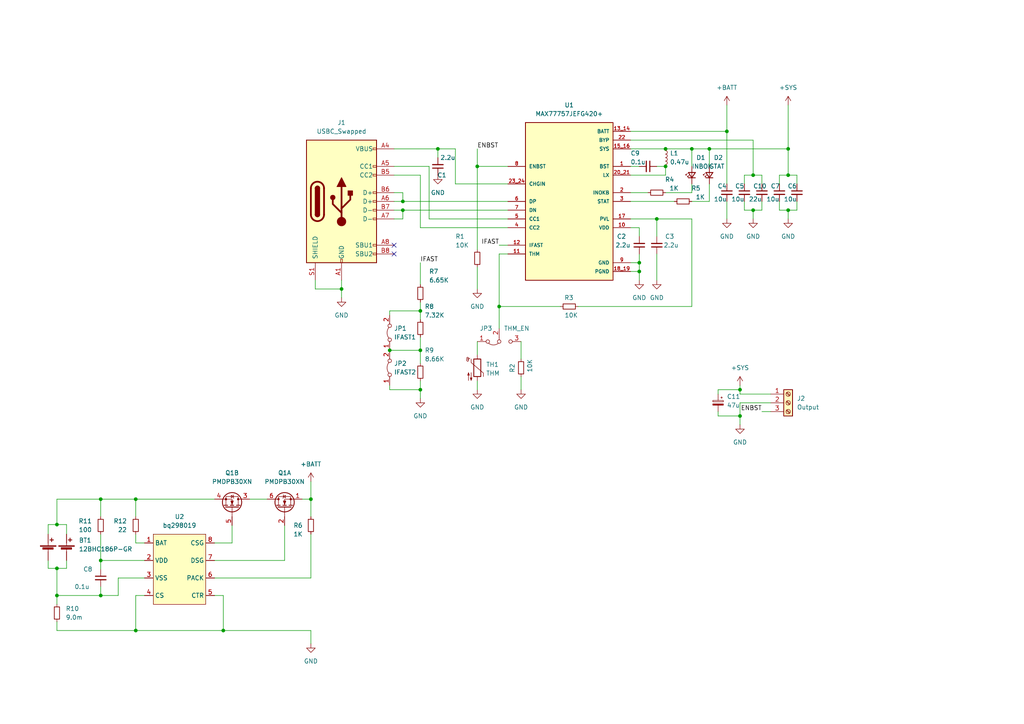
<source format=kicad_sch>
(kicad_sch (version 20211123) (generator eeschema)
  (paper "A4")
  (lib_symbols
    (symbol "Connector:Screw_Terminal_01x03" (pin_names (offset 1.016) hide)
      (property "Reference" "J" (at 0 5.08 0))
      (property "Value" "Screw_Terminal_01x03" (at 0 -5.08 0))
      (symbol "Screw_Terminal_01x03_1_1"
        (rectangle (start -1.27 3.81) (end 1.27 -3.81) (stroke (width 0.254)) (fill (type background)))
        (circle (center 0 -2.54) (radius 0.635) (stroke (width 0.1524)))
        (polyline (pts (xy -0.5334 -2.2098) (xy 0.3302 -3.048)) (stroke (width 0.1524)))
        (polyline (pts (xy -0.5334 0.3302) (xy 0.3302 -0.508)) (stroke (width 0.1524)))
        (polyline (pts (xy -0.5334 2.8702) (xy 0.3302 2.032)) (stroke (width 0.1524)))
        (polyline (pts (xy -0.3556 -2.032) (xy 0.508 -2.8702)) (stroke (width 0.1524)))
        (polyline (pts (xy -0.3556 0.508) (xy 0.508 -0.3302)) (stroke (width 0.1524)))
        (polyline (pts (xy -0.3556 3.048) (xy 0.508 2.2098)) (stroke (width 0.1524)))
        (circle (center 0 0) (radius 0.635) (stroke (width 0.1524)))
        (circle (center 0 2.54) (radius 0.635) (stroke (width 0.1524)))
        (pin passive line (at -5.08 2.54 0) (length 3.81) (name "Pin_1") (number "1"))
        (pin passive line (at -5.08 0 0) (length 3.81) (name "Pin_2") (number "2"))
        (pin passive line (at -5.08 -2.54 0) (length 3.81) (name "Pin_3") (number "3"))
      )
    )
    (symbol "Device:C_Polarized_Small" (pin_numbers hide) (pin_names (offset 0.254) hide)
      (property "Reference" "C" (at 0.254 1.778 0))
      (property "Value" "C_Polarized_Small" (at 0.254 -2.032 0))
      (symbol "C_Polarized_Small_0_1"
        (rectangle (start -1.524 -0.3048) (end 1.524 -0.6858) (fill (type outline)))
        (rectangle (start -1.524 0.6858) (end 1.524 0.3048))
        (polyline (pts (xy -1.27 1.524) (xy -0.762 1.524)))
        (polyline (pts (xy -1.016 1.27) (xy -1.016 1.778)))
      )
      (symbol "C_Polarized_Small_1_1"
        (pin passive line (at 0 2.54 270) (length 1.8542) (name "~") (number "1"))
        (pin passive line (at 0 -2.54 90) (length 1.8542) (name "~") (number "2"))
      )
    )
    (symbol "Device:C_Small" (pin_numbers hide) (pin_names (offset 0.254) hide)
      (property "Reference" "C" (at 0.254 1.778 0))
      (property "Value" "C_Small" (at 0.254 -2.032 0))
      (symbol "C_Small_0_1"
        (polyline (pts (xy -1.524 -0.508) (xy 1.524 -0.508)) (stroke (width 0.3302)))
        (polyline (pts (xy -1.524 0.508) (xy 1.524 0.508)) (stroke (width 0.3048)))
      )
      (symbol "C_Small_1_1"
        (pin passive line (at 0 2.54 270) (length 2.032) (name "~") (number "1"))
        (pin passive line (at 0 -2.54 90) (length 2.032) (name "~") (number "2"))
      )
    )
    (symbol "Device:LED_Small" (pin_numbers hide) (pin_names (offset 0.254) hide)
      (property "Reference" "D" (at -1.27 3.175 0))
      (property "Value" "LED_Small" (at -4.445 -2.54 0))
      (symbol "LED_Small_0_1"
        (polyline (pts (xy -0.762 -1.016) (xy -0.762 1.016)) (stroke (width 0.254)))
        (polyline (pts (xy 1.016 0) (xy -0.762 0)))
        (polyline (pts (xy 0.762 -1.016) (xy -0.762 0) (xy 0.762 1.016) (xy 0.762 -1.016)) (stroke (width 0.254)))
        (polyline (pts (xy 0 0.762) (xy -0.508 1.27) (xy -0.254 1.27) (xy -0.508 1.27) (xy -0.508 1.016)))
        (polyline (pts (xy 0.508 1.27) (xy 0 1.778) (xy 0.254 1.778) (xy 0 1.778) (xy 0 1.524)))
      )
      (symbol "LED_Small_1_1"
        (pin passive line (at -2.54 0 0) (length 1.778) (name "K") (number "1"))
        (pin passive line (at 2.54 0 180) (length 1.778) (name "A") (number "2"))
      )
    )
    (symbol "Device:L_Small" (pin_numbers hide) (pin_names (offset 0.254) hide)
      (property "Reference" "L" (at 0.762 1.016 0))
      (property "Value" "L_Small" (at 0.762 -1.016 0))
      (symbol "L_Small_0_1"
        (arc (start 0 -2.032) (mid 0.508 -1.524) (end 0 -1.016))
        (arc (start 0 -1.016) (mid 0.508 -0.508) (end 0 0))
        (arc (start 0 0) (mid 0.508 0.508) (end 0 1.016))
        (arc (start 0 1.016) (mid 0.508 1.524) (end 0 2.032))
      )
      (symbol "L_Small_1_1"
        (pin passive line (at 0 2.54 270) (length 0.508) (name "~") (number "1"))
        (pin passive line (at 0 -2.54 90) (length 0.508) (name "~") (number "2"))
      )
    )
    (symbol "Device:R_Small" (pin_numbers hide) (pin_names (offset 0.254) hide)
      (property "Reference" "R" (at 0.762 0.508 0))
      (property "Value" "R_Small" (at 0.762 -1.016 0))
      (symbol "R_Small_0_1"
        (rectangle (start -0.762 1.778) (end 0.762 -1.778) (stroke (width 0.2032)))
      )
      (symbol "R_Small_1_1"
        (pin passive line (at 0 2.54 270) (length 0.762) (name "~") (number "1"))
        (pin passive line (at 0 -2.54 90) (length 0.762) (name "~") (number "2"))
      )
    )
    (symbol "Device:Thermistor_NTC" (pin_numbers hide) (pin_names (offset 0))
      (property "Reference" "TH" (at -4.445 0 90))
      (property "Value" "Thermistor_NTC" (at 3.175 0 90))
      (symbol "Thermistor_NTC_0_1"
        (arc (start -3.048 2.159) (mid -3.0495 2.3143) (end -3.175 2.413))
        (arc (start -3.048 2.159) (mid -2.9736 1.9794) (end -2.794 1.905))
        (arc (start -3.048 2.794) (mid -2.9736 2.6144) (end -2.794 2.54))
        (arc (start -2.794 1.905) (mid -2.6144 1.9794) (end -2.54 2.159))
        (arc (start -2.794 2.54) (mid -2.4393 2.5587) (end -2.159 2.794))
        (arc (start -2.794 3.048) (mid -2.9736 2.9736) (end -3.048 2.794))
        (arc (start -2.54 2.794) (mid -2.6144 2.9736) (end -2.794 3.048))
        (rectangle (start -1.016 2.54) (end 1.016 -2.54) (stroke (width 0.254)))
        (polyline (pts (xy -2.54 2.159) (xy -2.54 2.794)))
        (polyline (pts (xy -1.778 2.54) (xy -1.778 1.524) (xy 1.778 -1.524) (xy 1.778 -2.54)))
        (polyline (pts (xy -2.54 -3.683) (xy -2.54 -1.397) (xy -2.794 -2.159) (xy -2.286 -2.159) (xy -2.54 -1.397) (xy -2.54 -1.651)) (fill (type outline)))
        (polyline (pts (xy -1.778 -1.397) (xy -1.778 -3.683) (xy -2.032 -2.921) (xy -1.524 -2.921) (xy -1.778 -3.683) (xy -1.778 -3.429)) (fill (type outline)))
      )
      (symbol "Thermistor_NTC_1_1"
        (pin passive line (at 0 3.81 270) (length 1.27) (name "~") (number "1"))
        (pin passive line (at 0 -3.81 90) (length 1.27) (name "~") (number "2"))
      )
    )
    (symbol "HABParts:+SYS" (power) (pin_names (offset 0))
      (property "Value" "+SYS" (at 0 3.556 0))
      (symbol "+SYS_0_1"
        (polyline (pts (xy -0.762 1.27) (xy 0 2.54)))
        (polyline (pts (xy 0 0) (xy 0 2.54)))
        (polyline (pts (xy 0 2.54) (xy 0.762 1.27)))
      )
      (symbol "+SYS_1_1"
        (pin power_in line (at 0 0 90) (length 0) hide (name "+SYS") (number "1"))
      )
    )
    (symbol "HABParts:PMDPB30XN" (pin_names hide)
      (property "Reference" "Q" (at 5.08 1.905 0))
      (property "Value" "PMDPB30XN" (at 5.08 0 0))
      (symbol "PMDPB30XN_0_1"
        (polyline (pts (xy 0.254 0) (xy -2.54 0)))
        (polyline (pts (xy 0.254 1.905) (xy 0.254 -1.905)) (stroke (width 0.254)))
        (polyline (pts (xy 0.762 -1.27) (xy 0.762 -2.286)) (stroke (width 0.254)))
        (polyline (pts (xy 0.762 0.508) (xy 0.762 -0.508)) (stroke (width 0.254)))
        (polyline (pts (xy 0.762 2.286) (xy 0.762 1.27)) (stroke (width 0.254)))
        (polyline (pts (xy 2.54 2.54) (xy 2.54 1.778)))
        (polyline (pts (xy 2.54 -2.54) (xy 2.54 0) (xy 0.762 0)))
        (polyline (pts (xy 0.762 -1.778) (xy 3.302 -1.778) (xy 3.302 1.778) (xy 0.762 1.778)))
        (polyline (pts (xy 1.016 0) (xy 2.032 0.381) (xy 2.032 -0.381) (xy 1.016 0)) (fill (type outline)))
        (polyline (pts (xy 2.794 0.508) (xy 2.921 0.381) (xy 3.683 0.381) (xy 3.81 0.254)))
        (polyline (pts (xy 3.302 0.381) (xy 2.921 -0.254) (xy 3.683 -0.254) (xy 3.302 0.381)))
        (circle (center 1.651 0) (radius 2.794) (stroke (width 0.254)))
        (circle (center 2.54 -1.778) (radius 0.254) (fill (type outline)))
        (circle (center 2.54 1.778) (radius 0.254) (fill (type outline)))
      )
      (symbol "PMDPB30XN_1_1"
        (pin passive line (at 2.54 -5.08 90) (length 2.54) (name "S1") (number "1"))
        (pin passive line (at -5.08 0 0) (length 2.54) (name "G1") (number "2"))
        (pin passive line (at 2.54 5.08 270) (length 2.54) (name "D1") (number "6"))
        (pin passive line (at 2.54 5.08 270) (length 2.54) hide (name "D1") (number "7"))
      )
      (symbol "PMDPB30XN_2_1"
        (pin passive line (at 2.54 5.08 270) (length 2.54) (name "D2") (number "3"))
        (pin passive line (at 2.54 -5.08 90) (length 2.54) (name "S2") (number "4"))
        (pin passive line (at -5.08 0 0) (length 2.54) (name "G2") (number "5"))
        (pin passive line (at 2.54 5.08 270) (length 2.54) hide (name "D2") (number "8"))
      )
    )
    (symbol "Jumper:Jumper_2_Bridged" (pin_names (offset 0) hide)
      (property "Reference" "JP" (at 0 1.905 0))
      (property "Value" "Jumper_2_Bridged" (at 0 -2.54 0))
      (symbol "Jumper_2_Bridged_0_0"
        (circle (center -2.032 0) (radius 0.508))
        (circle (center 2.032 0) (radius 0.508))
      )
      (symbol "Jumper_2_Bridged_0_1"
        (arc (start 1.524 0.254) (mid 0 0.762) (end -1.524 0.254))
      )
      (symbol "Jumper_2_Bridged_1_1"
        (pin passive line (at -5.08 0 0) (length 2.54) (name "A") (number "1"))
        (pin passive line (at 5.08 0 180) (length 2.54) (name "B") (number "2"))
      )
    )
    (symbol "Jumper:Jumper_3_Bridged12" (pin_names (offset 0) hide)
      (property "Reference" "JP" (at -2.54 -2.54 0))
      (property "Value" "Jumper_3_Bridged12" (at 0 2.794 0))
      (symbol "Jumper_3_Bridged12_0_0"
        (circle (center -3.302 0) (radius 0.508))
        (circle (center 0 0) (radius 0.508))
        (circle (center 3.302 0) (radius 0.508))
      )
      (symbol "Jumper_3_Bridged12_0_1"
        (arc (start -0.254 0.508) (mid -1.651 0.9912) (end -3.048 0.508))
        (polyline (pts (xy 0 -1.27) (xy 0 -0.508)))
      )
      (symbol "Jumper_3_Bridged12_1_1"
        (pin passive line (at -6.35 0 0) (length 2.54) (name "A") (number "1"))
        (pin passive line (at 0 -3.81 90) (length 2.54) (name "C") (number "2"))
        (pin passive line (at 6.35 0 180) (length 2.54) (name "B") (number "3"))
      )
    )
    (symbol "LUBParts:12BHC186P-GR" (pin_numbers hide) (pin_names (offset 0) hide)
      (property "Reference" "BT" (at 5.588 4.064 0))
      (property "Value" "12BHC186P-GR" (at 5.588 1.524 0))
      (symbol "12BHC186P-GR_0_1"
        (rectangle (start -4.826 1.778) (end -0.254 1.524) (fill (type outline)))
        (rectangle (start -4.1148 1.1938) (end -1.0668 0.6858) (fill (type outline)))
        (polyline (pts (xy -2.54 0.762) (xy -2.54 0)))
        (polyline (pts (xy -2.54 1.778) (xy -2.54 2.54)))
        (polyline (pts (xy -2.032 3.429) (xy -1.016 3.429)) (stroke (width 0.254)))
        (polyline (pts (xy -1.524 3.937) (xy -1.524 2.921)) (stroke (width 0.254)))
        (polyline (pts (xy 2.794 0.762) (xy 2.794 0)))
        (polyline (pts (xy 2.794 1.778) (xy 2.794 2.54)))
        (polyline (pts (xy 3.302 3.429) (xy 4.318 3.429)) (stroke (width 0.254)))
        (polyline (pts (xy 3.81 3.937) (xy 3.81 2.921)) (stroke (width 0.254)))
        (rectangle (start 0.508 1.778) (end 5.08 1.524) (fill (type outline)))
        (rectangle (start 1.2192 1.1938) (end 4.2672 0.6858) (fill (type outline)))
      )
      (symbol "12BHC186P-GR_1_1"
        (pin passive line (at -2.54 5.08 270) (length 2.54) (name "1+") (number "1"))
        (pin passive line (at -2.54 -2.54 90) (length 2.54) (name "1-") (number "2"))
        (pin passive line (at 2.794 5.08 270) (length 2.54) (name "2+") (number "3"))
        (pin passive line (at 2.794 -2.54 90) (length 2.54) (name "2-") (number "4"))
      )
    )
    (symbol "LUBParts:MAX77757JEFG420+" (pin_names (offset 1.016))
      (property "Reference" "U" (at -12.7 23.622 0))
      (property "Value" "MAX77757JEFG420+" (at -12.7 -23.622 0))
      (symbol "MAX77757JEFG420+_0_0"
        (rectangle (start -12.7 -22.86) (end 12.7 22.86) (stroke (width 0.254)) (fill (type background)))
        (pin passive line (at 17.78 10.16 180) (length 5.08) (name "BST") (number "1"))
        (pin output line (at 17.78 -7.62 180) (length 5.08) (name "VDD") (number "10"))
        (pin passive line (at -17.78 -15.24 0) (length 5.08) (name "THM") (number "11"))
        (pin passive line (at -17.78 -12.7 0) (length 5.08) (name "IFAST") (number "12"))
        (pin power_in line (at 17.78 20.32 180) (length 5.08) (name "BATT") (number "13_14"))
        (pin power_in line (at 17.78 15.24 180) (length 5.08) (name "SYS") (number "15_16"))
        (pin output line (at 17.78 -5.08 180) (length 5.08) (name "PVL") (number "17"))
        (pin power_in line (at 17.78 -20.32 180) (length 5.08) (name "PGND") (number "18_19"))
        (pin output line (at 17.78 2.54 180) (length 5.08) (name "INOKB") (number "2"))
        (pin passive line (at 17.78 7.62 180) (length 5.08) (name "LX") (number "20_21"))
        (pin power_in line (at 17.78 17.78 180) (length 5.08) (name "BYP") (number "22"))
        (pin input line (at -17.78 5.08 0) (length 5.08) (name "CHGIN") (number "23_24"))
        (pin output line (at 17.78 0 180) (length 5.08) (name "STAT") (number "3"))
        (pin bidirectional line (at -17.78 -7.62 0) (length 5.08) (name "CC2") (number "4"))
        (pin bidirectional line (at -17.78 -5.08 0) (length 5.08) (name "CC1") (number "5"))
        (pin bidirectional line (at -17.78 0 0) (length 5.08) (name "DP") (number "6"))
        (pin bidirectional line (at -17.78 -2.54 0) (length 5.08) (name "DN") (number "7"))
        (pin input line (at -17.78 10.16 0) (length 5.08) (name "ENBST") (number "8"))
        (pin power_in line (at 17.78 -17.78 180) (length 5.08) (name "GND") (number "9"))
      )
    )
    (symbol "LUBParts:USBC_Swapped" (pin_names (offset 1.016))
      (property "Reference" "J" (at -10.16 19.05 0))
      (property "Value" "USBC_Swapped" (at 19.05 19.05 0))
      (symbol "USBC_Swapped_0_0"
        (rectangle (start -0.254 -17.78) (end 0.254 -16.764))
        (rectangle (start 10.16 -14.986) (end 9.144 -15.494))
        (rectangle (start 10.16 -12.446) (end 9.144 -12.954))
        (rectangle (start 10.16 -4.826) (end 9.144 -5.334))
        (rectangle (start 10.16 -2.286) (end 9.144 -2.794))
        (rectangle (start 10.16 0.254) (end 9.144 -0.254))
        (rectangle (start 10.16 2.794) (end 9.144 2.286))
        (rectangle (start 10.16 7.874) (end 9.144 7.366))
        (rectangle (start 10.16 10.414) (end 9.144 9.906))
        (rectangle (start 10.16 15.494) (end 9.144 14.986))
      )
      (symbol "USBC_Swapped_0_1"
        (rectangle (start -10.16 17.78) (end 10.16 -17.78) (stroke (width 0.254)) (fill (type background)))
        (arc (start -8.89 -3.81) (mid -6.985 -5.715) (end -5.08 -3.81) (stroke (width 0.508)))
        (arc (start -7.62 -3.81) (mid -6.985 -4.445) (end -6.35 -3.81) (stroke (width 0.254)))
        (arc (start -7.62 -3.81) (mid -6.985 -4.445) (end -6.35 -3.81) (stroke (width 0.254)) (fill (type outline)))
        (rectangle (start -7.62 -3.81) (end -6.35 3.81) (stroke (width 0.254)) (fill (type outline)))
        (arc (start -6.35 3.81) (mid -6.985 4.445) (end -7.62 3.81) (stroke (width 0.254)))
        (arc (start -6.35 3.81) (mid -6.985 4.445) (end -7.62 3.81) (stroke (width 0.254)) (fill (type outline)))
        (arc (start -5.08 3.81) (mid -6.985 5.715) (end -8.89 3.81) (stroke (width 0.508)))
        (circle (center -2.54 1.143) (radius 0.635) (stroke (width 0.254)) (fill (type outline)))
        (circle (center 0 -5.842) (radius 1.27) (fill (type outline)))
        (polyline (pts (xy -8.89 -3.81) (xy -8.89 3.81)) (stroke (width 0.508)))
        (polyline (pts (xy -5.08 3.81) (xy -5.08 -3.81)) (stroke (width 0.508)))
        (polyline (pts (xy 0 -5.842) (xy 0 4.318)) (stroke (width 0.508)))
        (polyline (pts (xy 0 -3.302) (xy -2.54 -0.762) (xy -2.54 0.508)) (stroke (width 0.508)))
        (polyline (pts (xy 0 -2.032) (xy 2.54 0.508) (xy 2.54 1.778)) (stroke (width 0.508)))
        (polyline (pts (xy -1.27 4.318) (xy 0 6.858) (xy 1.27 4.318) (xy -1.27 4.318)) (stroke (width 0.254)) (fill (type outline)))
        (rectangle (start 1.905 1.778) (end 3.175 3.048) (stroke (width 0.254)) (fill (type outline)))
      )
      (symbol "USBC_Swapped_1_1"
        (pin passive line (at 0 -22.86 90) (length 5.08) (name "GND") (number "A1"))
        (pin passive line (at 0 -22.86 90) (length 5.08) hide (name "GND") (number "A12"))
        (pin passive line (at 15.24 15.24 180) (length 5.08) (name "VBUS") (number "A4"))
        (pin bidirectional line (at 15.24 10.16 180) (length 5.08) (name "CC1") (number "A5"))
        (pin bidirectional line (at 15.24 0 180) (length 5.08) (name "D+") (number "A6"))
        (pin bidirectional line (at 15.24 -5.08 180) (length 5.08) (name "D-") (number "A7"))
        (pin bidirectional line (at 15.24 -12.7 180) (length 5.08) (name "SBU1") (number "A8"))
        (pin passive line (at 15.24 15.24 180) (length 5.08) hide (name "VBUS") (number "A9"))
        (pin passive line (at 0 -22.86 90) (length 5.08) hide (name "GND") (number "B1"))
        (pin passive line (at 0 -22.86 90) (length 5.08) hide (name "GND") (number "B12"))
        (pin passive line (at 15.24 15.24 180) (length 5.08) hide (name "VBUS") (number "B4"))
        (pin bidirectional line (at 15.24 7.62 180) (length 5.08) (name "CC2") (number "B5"))
        (pin bidirectional line (at 15.24 2.54 180) (length 5.08) (name "D+") (number "B6"))
        (pin bidirectional line (at 15.24 -2.54 180) (length 5.08) (name "D-") (number "B7"))
        (pin bidirectional line (at 15.24 -15.24 180) (length 5.08) (name "SBU2") (number "B8"))
        (pin passive line (at 15.24 15.24 180) (length 5.08) hide (name "VBUS") (number "B9"))
        (pin passive line (at -7.62 -22.86 90) (length 5.08) (name "SHIELD") (number "S1"))
      )
    )
    (symbol "LUBParts:bq298019"
      (property "Reference" "U" (at 0 0 0))
      (property "Value" "bq298019" (at 0 2.54 0))
      (symbol "bq298019_0_0"
        (pin input line (at -10.16 -5.08 0) (length 2.54) (name "BAT") (number "1"))
        (pin power_in line (at -10.16 -10.16 0) (length 2.54) (name "VDD") (number "2"))
        (pin power_in line (at -10.16 -15.24 0) (length 2.54) (name "VSS") (number "3"))
        (pin input line (at -10.16 -20.32 0) (length 2.54) (name "CS") (number "4"))
        (pin input line (at 10.16 -20.32 180) (length 2.54) (name "CTR") (number "5"))
        (pin input line (at 10.16 -15.24 180) (length 2.54) (name "PACK") (number "6"))
        (pin output line (at 10.16 -10.16 180) (length 2.54) (name "DSG") (number "7"))
        (pin output line (at 10.16 -5.08 180) (length 2.54) (name "CSG") (number "8"))
      )
      (symbol "bq298019_0_1"
        (rectangle (start -7.62 -2.54) (end 7.62 -22.86) (fill (type background)))
      )
    )
    (symbol "power:+BATT" (power) (pin_names (offset 0))
      (property "Value" "+BATT" (at 0 3.556 0))
      (symbol "+BATT_0_1"
        (polyline (pts (xy -0.762 1.27) (xy 0 2.54)))
        (polyline (pts (xy 0 0) (xy 0 2.54)))
        (polyline (pts (xy 0 2.54) (xy 0.762 1.27)))
      )
      (symbol "+BATT_1_1"
        (pin power_in line (at 0 0 90) (length 0) hide (name "+BATT") (number "1"))
      )
    )
    (symbol "power:GND" (power) (pin_names (offset 0))
      (property "Value" "GND" (at 0 -3.81 0))
      (symbol "GND_0_1"
        (polyline (pts (xy 0 0) (xy 0 -1.27) (xy 1.27 -1.27) (xy 0 -2.54) (xy -1.27 -1.27) (xy 0 -1.27)))
      )
      (symbol "GND_1_1"
        (pin power_in line (at 0 0 270) (length 0) hide (name "GND") (number "1"))
      )
    )
  )
  (junction (at 16.51 152.146))
  (junction (at 116.84 58.42))
  (junction (at 39.37 144.78))
  (junction (at 185.42 78.74))
  (junction (at 228.6 50.8))
  (junction (at 16.51 164.846))
  (junction (at 144.78 88.9))
  (junction (at 121.92 101.6))
  (junction (at 127 43.18))
  (junction (at 193.04 43.18))
  (junction (at 190.5 63.5))
  (junction (at 200.66 43.18))
  (junction (at 193.04 48.26))
  (junction (at 16.51 172.72))
  (junction (at 218.44 60.96))
  (junction (at 205.74 43.18))
  (junction (at 138.43 48.26))
  (junction (at 64.77 182.88))
  (junction (at 113.03 101.6))
  (junction (at 214.63 113.03))
  (junction (at 214.63 120.65))
  (junction (at 116.84 60.96))
  (junction (at 29.21 144.78))
  (junction (at 218.44 50.8))
  (junction (at 39.37 182.88))
  (junction (at 121.92 113.03))
  (junction (at 210.82 38.1))
  (junction (at 29.21 172.72))
  (junction (at 228.6 60.96))
  (junction (at 228.6 43.18))
  (junction (at 121.92 90.17))
  (junction (at 29.21 162.56))
  (junction (at 90.17 144.78))
  (junction (at 185.42 76.2))
  (junction (at 99.06 83.82))
  (no_connect (at 114.3 73.66))
  (no_connect (at 114.3 71.12))
  (wire (pts (xy 147.32 66.04) (xy 121.92 66.04)))
  (wire (pts (xy 99.06 86.36) (xy 99.06 83.82)))
  (wire (pts (xy 228.6 30.48) (xy 228.6 43.18)))
  (wire (pts (xy 13.97 164.846) (xy 16.51 164.846)))
  (wire (pts (xy 138.43 43.18) (xy 138.43 48.26)))
  (wire (pts (xy 193.04 43.18) (xy 200.66 43.18)))
  (wire (pts (xy 182.88 43.18) (xy 193.04 43.18)))
  (wire (pts (xy 90.17 167.64) (xy 90.17 154.94)))
  (wire (pts (xy 214.63 113.03) (xy 214.63 111.76)))
  (wire (pts (xy 190.5 63.5) (xy 190.5 68.58)))
  (wire (pts (xy 116.84 60.96) (xy 116.84 63.5)))
  (wire (pts (xy 200.66 43.18) (xy 200.66 48.26)))
  (wire (pts (xy 62.23 167.64) (xy 90.17 167.64)))
  (wire (pts (xy 39.37 157.48) (xy 39.37 154.94)))
  (wire (pts (xy 34.29 167.64) (xy 34.29 172.72)))
  (wire (pts (xy 228.6 50.8) (xy 231.14 50.8)))
  (wire (pts (xy 200.66 88.9) (xy 200.66 63.5)))
  (wire (pts (xy 226.06 60.96) (xy 228.6 60.96)))
  (wire (pts (xy 193.04 48.26) (xy 193.04 50.8)))
  (wire (pts (xy 214.63 123.19) (xy 214.63 120.65)))
  (wire (pts (xy 190.5 73.66) (xy 190.5 81.28)))
  (wire (pts (xy 215.9 60.96) (xy 218.44 60.96)))
  (wire (pts (xy 121.92 90.17) (xy 121.92 92.71)))
  (wire (pts (xy 39.37 182.88) (xy 39.37 172.72)))
  (wire (pts (xy 114.3 60.96) (xy 116.84 60.96)))
  (wire (pts (xy 39.37 144.78) (xy 62.23 144.78)))
  (wire (pts (xy 208.28 119.38) (xy 208.28 120.65)))
  (wire (pts (xy 138.43 99.06) (xy 138.43 102.87)))
  (wire (pts (xy 16.51 144.78) (xy 16.51 152.146)))
  (wire (pts (xy 138.43 72.39) (xy 138.43 48.26)))
  (wire (pts (xy 218.44 50.8) (xy 218.44 40.64)))
  (wire (pts (xy 62.23 157.48) (xy 67.31 157.48)))
  (wire (pts (xy 220.98 53.34) (xy 220.98 50.8)))
  (wire (pts (xy 228.6 60.96) (xy 231.14 60.96)))
  (wire (pts (xy 29.21 162.56) (xy 29.21 154.94)))
  (wire (pts (xy 185.42 78.74) (xy 185.42 76.2)))
  (wire (pts (xy 116.84 58.42) (xy 147.32 58.42)))
  (wire (pts (xy 87.63 144.78) (xy 90.17 144.78)))
  (wire (pts (xy 167.64 88.9) (xy 200.66 88.9)))
  (wire (pts (xy 41.91 157.48) (xy 39.37 157.48)))
  (wire (pts (xy 182.88 58.42) (xy 195.58 58.42)))
  (wire (pts (xy 214.63 114.3) (xy 214.63 113.03)))
  (wire (pts (xy 190.5 48.26) (xy 193.04 48.26)))
  (wire (pts (xy 208.28 120.65) (xy 214.63 120.65)))
  (wire (pts (xy 91.44 83.82) (xy 99.06 83.82)))
  (wire (pts (xy 205.74 43.18) (xy 228.6 43.18)))
  (wire (pts (xy 200.66 43.18) (xy 205.74 43.18)))
  (wire (pts (xy 72.39 144.78) (xy 77.47 144.78)))
  (wire (pts (xy 121.92 110.49) (xy 121.92 113.03)))
  (wire (pts (xy 127 43.18) (xy 127 45.72)))
  (wire (pts (xy 200.66 53.34) (xy 200.66 55.88)))
  (wire (pts (xy 138.43 48.26) (xy 147.32 48.26)))
  (wire (pts (xy 144.78 71.12) (xy 147.32 71.12)))
  (wire (pts (xy 228.6 60.96) (xy 228.6 63.5)))
  (wire (pts (xy 151.13 99.06) (xy 151.13 104.14)))
  (wire (pts (xy 138.43 110.49) (xy 138.43 113.03)))
  (wire (pts (xy 113.03 111.76) (xy 113.03 113.03)))
  (wire (pts (xy 144.78 73.66) (xy 144.78 88.9)))
  (wire (pts (xy 187.96 55.88) (xy 182.88 55.88)))
  (wire (pts (xy 29.21 144.78) (xy 39.37 144.78)))
  (wire (pts (xy 138.43 77.47) (xy 138.43 83.82)))
  (wire (pts (xy 19.304 154.94) (xy 19.304 152.146)))
  (wire (pts (xy 185.42 76.2) (xy 182.88 76.2)))
  (wire (pts (xy 113.03 90.17) (xy 121.92 90.17)))
  (wire (pts (xy 39.37 172.72) (xy 41.91 172.72)))
  (wire (pts (xy 16.51 164.846) (xy 16.51 172.72)))
  (wire (pts (xy 90.17 186.69) (xy 90.17 182.88)))
  (wire (pts (xy 19.304 162.56) (xy 19.304 164.846)))
  (wire (pts (xy 132.08 53.34) (xy 147.32 53.34)))
  (wire (pts (xy 144.78 88.9) (xy 144.78 95.25)))
  (wire (pts (xy 41.91 167.64) (xy 34.29 167.64)))
  (wire (pts (xy 210.82 58.42) (xy 210.82 63.5)))
  (wire (pts (xy 16.51 172.72) (xy 16.51 175.26)))
  (wire (pts (xy 182.88 50.8) (xy 193.04 50.8)))
  (wire (pts (xy 121.92 87.63) (xy 121.92 90.17)))
  (wire (pts (xy 124.46 48.26) (xy 114.3 48.26)))
  (wire (pts (xy 13.97 152.146) (xy 13.97 154.94)))
  (wire (pts (xy 121.92 113.03) (xy 121.92 115.57)))
  (wire (pts (xy 218.44 50.8) (xy 220.98 50.8)))
  (wire (pts (xy 215.9 50.8) (xy 218.44 50.8)))
  (wire (pts (xy 200.66 63.5) (xy 190.5 63.5)))
  (wire (pts (xy 226.06 58.42) (xy 226.06 60.96)))
  (wire (pts (xy 205.74 48.26) (xy 205.74 43.18)))
  (wire (pts (xy 29.21 162.56) (xy 29.21 165.1)))
  (wire (pts (xy 16.51 152.146) (xy 13.97 152.146)))
  (wire (pts (xy 210.82 38.1) (xy 182.88 38.1)))
  (wire (pts (xy 99.06 81.28) (xy 99.06 83.82)))
  (wire (pts (xy 215.9 50.8) (xy 215.9 53.34)))
  (wire (pts (xy 16.51 180.34) (xy 16.51 182.88)))
  (wire (pts (xy 82.55 152.4) (xy 82.55 162.56)))
  (wire (pts (xy 231.14 53.34) (xy 231.14 50.8)))
  (wire (pts (xy 113.03 91.44) (xy 113.03 90.17)))
  (wire (pts (xy 185.42 48.26) (xy 182.88 48.26)))
  (wire (pts (xy 19.304 164.846) (xy 16.51 164.846)))
  (wire (pts (xy 114.3 63.5) (xy 116.84 63.5)))
  (wire (pts (xy 218.44 60.96) (xy 220.98 60.96)))
  (wire (pts (xy 114.3 55.88) (xy 116.84 55.88)))
  (wire (pts (xy 226.06 50.8) (xy 226.06 53.34)))
  (wire (pts (xy 208.28 113.03) (xy 214.63 113.03)))
  (wire (pts (xy 90.17 144.78) (xy 90.17 149.86)))
  (wire (pts (xy 121.92 97.79) (xy 121.92 101.6)))
  (wire (pts (xy 228.6 43.18) (xy 228.6 50.8)))
  (wire (pts (xy 116.84 55.88) (xy 116.84 58.42)))
  (wire (pts (xy 127 43.18) (xy 132.08 43.18)))
  (wire (pts (xy 64.77 172.72) (xy 64.77 182.88)))
  (wire (pts (xy 231.14 60.96) (xy 231.14 58.42)))
  (wire (pts (xy 116.84 60.96) (xy 147.32 60.96)))
  (wire (pts (xy 13.97 162.56) (xy 13.97 164.846)))
  (wire (pts (xy 185.42 73.66) (xy 185.42 76.2)))
  (wire (pts (xy 16.51 182.88) (xy 39.37 182.88)))
  (wire (pts (xy 39.37 144.78) (xy 39.37 149.86)))
  (wire (pts (xy 200.66 55.88) (xy 193.04 55.88)))
  (wire (pts (xy 151.13 109.22) (xy 151.13 113.03)))
  (wire (pts (xy 215.9 58.42) (xy 215.9 60.96)))
  (wire (pts (xy 214.63 120.65) (xy 214.63 116.84)))
  (wire (pts (xy 90.17 139.7) (xy 90.17 144.78)))
  (wire (pts (xy 121.92 50.8) (xy 114.3 50.8)))
  (wire (pts (xy 185.42 68.58) (xy 185.42 66.04)))
  (wire (pts (xy 214.63 116.84) (xy 223.52 116.84)))
  (wire (pts (xy 124.46 63.5) (xy 124.46 48.26)))
  (wire (pts (xy 210.82 38.1) (xy 210.82 53.34)))
  (wire (pts (xy 162.56 88.9) (xy 144.78 88.9)))
  (wire (pts (xy 200.66 58.42) (xy 205.74 58.42)))
  (wire (pts (xy 144.78 73.66) (xy 147.32 73.66)))
  (wire (pts (xy 113.03 113.03) (xy 121.92 113.03)))
  (wire (pts (xy 147.32 63.5) (xy 124.46 63.5)))
  (wire (pts (xy 16.51 144.78) (xy 29.21 144.78)))
  (wire (pts (xy 132.08 43.18) (xy 132.08 53.34)))
  (wire (pts (xy 113.03 101.6) (xy 121.92 101.6)))
  (wire (pts (xy 185.42 81.28) (xy 185.42 78.74)))
  (wire (pts (xy 205.74 58.42) (xy 205.74 53.34)))
  (wire (pts (xy 210.82 30.48) (xy 210.82 38.1)))
  (wire (pts (xy 29.21 172.72) (xy 29.21 170.18)))
  (wire (pts (xy 226.06 50.8) (xy 228.6 50.8)))
  (wire (pts (xy 208.28 114.3) (xy 208.28 113.03)))
  (wire (pts (xy 220.98 60.96) (xy 220.98 58.42)))
  (wire (pts (xy 29.21 144.78) (xy 29.21 149.86)))
  (wire (pts (xy 223.52 114.3) (xy 214.63 114.3)))
  (wire (pts (xy 220.98 119.38) (xy 223.52 119.38)))
  (wire (pts (xy 64.77 182.88) (xy 90.17 182.88)))
  (wire (pts (xy 182.88 40.64) (xy 218.44 40.64)))
  (wire (pts (xy 114.3 43.18) (xy 127 43.18)))
  (wire (pts (xy 121.92 101.6) (xy 121.92 105.41)))
  (wire (pts (xy 121.92 82.55) (xy 121.92 76.2)))
  (wire (pts (xy 34.29 172.72) (xy 29.21 172.72)))
  (wire (pts (xy 19.304 152.146) (xy 16.51 152.146)))
  (wire (pts (xy 182.88 78.74) (xy 185.42 78.74)))
  (wire (pts (xy 121.92 66.04) (xy 121.92 50.8)))
  (wire (pts (xy 114.3 58.42) (xy 116.84 58.42)))
  (wire (pts (xy 39.37 182.88) (xy 64.77 182.88)))
  (wire (pts (xy 67.31 157.48) (xy 67.31 152.4)))
  (wire (pts (xy 62.23 172.72) (xy 64.77 172.72)))
  (wire (pts (xy 41.91 162.56) (xy 29.21 162.56)))
  (wire (pts (xy 185.42 66.04) (xy 182.88 66.04)))
  (wire (pts (xy 182.88 63.5) (xy 190.5 63.5)))
  (wire (pts (xy 218.44 60.96) (xy 218.44 63.5)))
  (wire (pts (xy 16.51 172.72) (xy 29.21 172.72)))
  (wire (pts (xy 82.55 162.56) (xy 62.23 162.56)))
  (wire (pts (xy 91.44 81.28) (xy 91.44 83.82)))
  (label "ENBST" (at 220.98 119.38 180))
  (label "IFAST" (at 144.78 71.12 180))
  (label "IFAST" (at 121.92 76.2 0))
  (label "ENBST" (at 138.43 43.18 0))
  (symbol (lib_id "Device:C_Small") (at 29.21 167.64 0) (unit 1)
    (property "Reference" "C8" (at 24.13 165.1 0) (effects (justify left)))
    (property "Value" "0.1u" (at 21.59 170.18 0) (effects (justify left)))
    (property "Footprint" "Capacitor_SMD:C_0402_1005Metric" (effects hide))
  )
  (symbol (lib_id "Device:C_Small") (at 127 48.26 180) (unit 1)
    (property "Reference" "C1" (at 129.54 50.8 0) (effects (justify left)))
    (property "Value" "2.2u" (at 132.08 45.72 0) (effects (justify left)))
    (property "Footprint" "Capacitor_SMD:C_0402_1005Metric" (effects hide))
  )
  (symbol (lib_id "Device:R_Small") (at 121.92 85.09 180) (unit 1)
    (property "Reference" "R7" (at 124.46 78.74 0) (effects (justify right)))
    (property "Value" "6.65K" (at 124.46 81.28 0) (effects (justify right)))
    (property "Footprint" "Resistor_SMD:R_0402_1005Metric" (effects hide))
  )
  (symbol (lib_id "Device:R_Small") (at 29.21 152.4 0) (mirror x) (unit 1)
    (property "Reference" "R11" (at 26.67 151.1299 0) (effects (justify right)))
    (property "Value" "100" (at 26.67 153.6699 0) (effects (justify right)))
    (property "Footprint" "Resistor_SMD:R_0402_1005Metric" (effects hide))
  )
  (symbol (lib_id "Device:C_Small") (at 187.96 48.26 270) (unit 1)
    (property "Reference" "C9" (at 182.88 44.45 90) (effects (justify left)))
    (property "Value" "0.1u" (at 182.88 46.99 90) (effects (justify left)))
    (property "Footprint" "Capacitor_SMD:C_0402_1005Metric" (effects hide))
  )
  (symbol (lib_id "power:GND") (at 228.6 63.5 0) (unit 1)
    (property "Reference" "#PWR0109" (effects hide))
    (property "Value" "GND" (at 228.6 68.58 0))
  )
  (symbol (lib_id "HABParts:+SYS") (at 228.6 30.48 0) (unit 1)
    (property "Reference" "#PWR0102" (effects hide))
    (property "Value" "+SYS" (at 228.6 25.4 0))
  )
  (symbol (lib_id "HABParts:PMDPB30XN") (at 67.31 147.32 270) (mirror x) (unit 2)
    (property "Reference" "Q1" (at 67.31 137.16 90))
    (property "Value" "PMDPB30XN" (at 67.31 139.7 90))
    (property "Footprint" "LUBParts:SON65P200X200X65-8N" (effects hide))
    (property "Datasheet" "https://www.mouser.com/datasheet/2/916/PMDPB30XN-1664458.pdf" (effects hide))
  )
  (symbol (lib_id "LUBParts:MAX77757JEFG420+") (at 165.1 58.42 0) (unit 1)
    (property "Reference" "U1" (at 165.1 30.48 0))
    (property "Value" "MAX77757JEFG420+" (at 165.1 33.02 0))
    (property "Footprint" "LUBParts:IC_MAX77757JEFG420+" (effects hide))
    (property "Datasheet" "https://www.mouser.com/datasheet/2/256/MAX77757-2399716.pdf" (effects hide))
  )
  (symbol (lib_id "HABParts:PMDPB30XN") (at 82.55 147.32 90) (unit 1)
    (property "Reference" "Q1" (at 82.55 137.16 90))
    (property "Value" "PMDPB30XN" (at 82.55 139.7 90))
    (property "Footprint" "LUBParts:SON65P200X200X65-8N" (effects hide))
    (property "Datasheet" "https://www.mouser.com/datasheet/2/916/PMDPB30XN-1664458.pdf" (effects hide))
  )
  (symbol (lib_id "Device:C_Small") (at 231.14 55.88 0) (unit 1)
    (property "Reference" "C7" (at 223.52 53.975 0) (effects (justify left)))
    (property "Value" "10u" (at 227.33 57.785 0) (effects (justify left)))
    (property "Footprint" "Capacitor_SMD:C_0603_1608Metric" (effects hide))
  )
  (symbol (lib_id "power:GND") (at 210.82 63.5 0) (unit 1)
    (property "Reference" "#PWR0107" (effects hide))
    (property "Value" "GND" (at 210.82 68.58 0))
  )
  (symbol (lib_id "power:GND") (at 218.44 63.5 0) (unit 1)
    (property "Reference" "#PWR0108" (effects hide))
    (property "Value" "GND" (at 218.44 68.58 0))
  )
  (symbol (lib_id "Connector:Screw_Terminal_01x03") (at 228.6 116.84 0) (unit 1)
    (property "Reference" "J2" (at 231.14 115.5699 0) (effects (justify left)))
    (property "Value" "Output" (at 231.14 118.1099 0) (effects (justify left)))
    (property "Footprint" "LUBParts:CUI_TB002-500-03BE" (effects hide))
  )
  (symbol (lib_id "Device:R_Small") (at 39.37 152.4 0) (mirror x) (unit 1)
    (property "Reference" "R12" (at 36.83 151.1299 0) (effects (justify right)))
    (property "Value" "22" (at 36.83 153.6699 0) (effects (justify right)))
    (property "Footprint" "Resistor_SMD:R_0402_1005Metric" (effects hide))
  )
  (symbol (lib_id "Jumper:Jumper_2_Bridged") (at 113.03 96.52 90) (unit 1)
    (property "Reference" "JP1" (at 114.3 95.25 90) (effects (justify right)))
    (property "Value" "IFAST1" (at 114.3 97.79 90) (effects (justify right)))
    (property "Footprint" "Jumper:SolderJumper-2_P1.3mm_Bridged_Pad1.0x1.5mm" (effects hide))
  )
  (symbol (lib_id "Device:R_Small") (at 198.12 58.42 270) (unit 1)
    (property "Reference" "R5" (at 203.2 54.61 90) (effects (justify right)))
    (property "Value" "1K" (at 204.47 57.15 90) (effects (justify right)))
    (property "Footprint" "Resistor_SMD:R_0402_1005Metric" (effects hide))
  )
  (symbol (lib_id "Device:C_Small") (at 210.82 55.88 0) (mirror y) (unit 1)
    (property "Reference" "C4" (at 210.82 53.975 0) (effects (justify left)))
    (property "Value" "10u" (at 210.82 57.785 0) (effects (justify left)))
    (property "Footprint" "Capacitor_SMD:C_0603_1608Metric" (effects hide))
  )
  (symbol (lib_id "LUBParts:bq298019") (at 52.07 152.4 0) (unit 1)
    (property "Reference" "U2" (at 52.07 149.86 0))
    (property "Value" "bq298019" (at 52.07 152.4 0))
    (property "Footprint" "LUBParts:BQ298009RUGR" (effects hide))
    (property "Datasheet" "https://www.ti.com/lit/ds/symlink/bq2982.pdf" (effects hide))
  )
  (symbol (lib_id "power:GND") (at 99.06 86.36 0) (unit 1)
    (property "Reference" "#PWR0101" (effects hide))
    (property "Value" "GND" (at 99.06 91.44 0))
  )
  (symbol (lib_id "Device:C_Small") (at 215.9 55.88 0) (mirror y) (unit 1)
    (property "Reference" "C5" (at 215.9 53.975 0) (effects (justify left)))
    (property "Value" "10u" (at 215.9 57.785 0) (effects (justify left)))
    (property "Footprint" "Capacitor_SMD:C_0603_1608Metric" (effects hide))
  )
  (symbol (lib_id "power:+BATT") (at 210.82 30.48 0) (unit 1)
    (property "Reference" "#PWR0103" (effects hide))
    (property "Value" "+BATT" (at 210.82 25.4 0))
  )
  (symbol (lib_id "Device:LED_Small") (at 200.66 50.8 90) (unit 1)
    (property "Reference" "D1" (at 201.93 45.72 90) (effects (justify right)))
    (property "Value" "INBOK" (at 200.66 48.26 90) (effects (justify right)))
    (property "Footprint" "LED_SMD:LED_0603_1608Metric" (effects hide))
  )
  (symbol (lib_id "power:GND") (at 151.13 113.03 0) (unit 1)
    (property "Reference" "#PWR0112" (effects hide))
    (property "Value" "GND" (at 151.13 118.11 0))
  )
  (symbol (lib_id "power:GND") (at 127 50.8 0) (unit 1)
    (property "Reference" "#PWR0114" (effects hide))
    (property "Value" "GND" (at 127 55.88 0))
  )
  (symbol (lib_id "power:GND") (at 185.42 81.28 0) (unit 1)
    (property "Reference" "#PWR0104" (effects hide))
    (property "Value" "GND" (at 185.42 86.36 0))
  )
  (symbol (lib_id "Device:C_Small") (at 220.98 55.88 0) (unit 1)
    (property "Reference" "C10" (at 218.44 53.975 0) (effects (justify left)))
    (property "Value" "22u" (at 217.17 57.785 0) (effects (justify left)))
    (property "Footprint" "Capacitor_SMD:C_0805_2012Metric" (effects hide))
  )
  (symbol (lib_id "Device:LED_Small") (at 205.74 50.8 90) (unit 1)
    (property "Reference" "D2" (at 207.01 45.72 90) (effects (justify right)))
    (property "Value" "STAT" (at 205.74 48.26 90) (effects (justify right)))
    (property "Footprint" "LED_SMD:LED_0603_1608Metric" (effects hide))
  )
  (symbol (lib_id "Device:R_Small") (at 190.5 55.88 270) (unit 1)
    (property "Reference" "R4" (at 195.58 52.07 90) (effects (justify right)))
    (property "Value" "1K" (at 196.85 54.61 90) (effects (justify right)))
    (property "Footprint" "Resistor_SMD:R_0402_1005Metric" (effects hide))
  )
  (symbol (lib_id "power:GND") (at 214.63 123.19 0) (unit 1)
    (property "Reference" "#PWR0110" (effects hide))
    (property "Value" "GND" (at 214.63 128.27 0))
  )
  (symbol (lib_id "Device:C_Small") (at 226.06 55.88 0) (mirror y) (unit 1)
    (property "Reference" "C6" (at 231.14 53.975 0) (effects (justify left)))
    (property "Value" "10u" (at 226.06 57.785 0) (effects (justify left)))
    (property "Footprint" "Capacitor_SMD:C_0603_1608Metric" (effects hide))
  )
  (symbol (lib_id "power:GND") (at 121.92 115.57 0) (unit 1)
    (property "Reference" "#PWR0115" (effects hide))
    (property "Value" "GND" (at 121.92 120.65 0))
  )
  (symbol (lib_id "LUBParts:12BHC186P-GR") (at 16.51 160.02 0) (unit 1)
    (property "Reference" "BT1" (at 22.86 156.7179 0) (effects (justify left)))
    (property "Value" "12BHC186P-GR" (at 22.86 159.2579 0) (effects (justify left)))
    (property "Footprint" "LUBParts:12BHC186P-GR" (effects hide))
    (property "Datasheet" "https://www.mouser.com/datasheet/2/209/Eagle_032917_12BHC186P-GR_EPD-200979-1171003-1876274.pdf" (effects hide))
  )
  (symbol (lib_id "Device:R_Small") (at 90.17 152.4 180) (unit 1)
    (property "Reference" "R6" (at 85.09 152.4 0) (effects (justify right)))
    (property "Value" "1K" (at 85.09 154.94 0) (effects (justify right)))
    (property "Footprint" "Resistor_SMD:R_0402_1005Metric" (effects hide))
  )
  (symbol (lib_id "power:GND") (at 138.43 113.03 0) (unit 1)
    (property "Reference" "#PWR0113" (effects hide))
    (property "Value" "GND" (at 138.43 118.11 0))
  )
  (symbol (lib_id "HABParts:+SYS") (at 214.63 111.76 0) (unit 1)
    (property "Reference" "#PWR0106" (effects hide))
    (property "Value" "+SYS" (at 214.63 106.68 0))
  )
  (symbol (lib_id "Device:R_Small") (at 165.1 88.9 270) (unit 1)
    (property "Reference" "R3" (at 166.37 86.36 90) (effects (justify right)))
    (property "Value" "10K" (at 167.64 91.44 90) (effects (justify right)))
    (property "Footprint" "Resistor_SMD:R_0402_1005Metric" (effects hide))
  )
  (symbol (lib_id "power:GND") (at 90.17 186.69 0) (unit 1)
    (property "Reference" "#PWR0116" (effects hide))
    (property "Value" "GND" (at 90.17 191.77 0))
  )
  (symbol (lib_id "Jumper:Jumper_2_Bridged") (at 113.03 106.68 90) (unit 1)
    (property "Reference" "JP2" (at 114.3 105.4099 90) (effects (justify right)))
    (property "Value" "IFAST2" (at 114.3 107.9499 90) (effects (justify right)))
    (property "Footprint" "Jumper:SolderJumper-2_P1.3mm_Bridged_Pad1.0x1.5mm" (effects hide))
  )
  (symbol (lib_id "Device:R_Small") (at 16.51 177.8 0) (mirror y) (unit 1)
    (property "Reference" "R10" (at 19.05 176.5299 0) (effects (justify right)))
    (property "Value" "9.0m" (at 19.05 179.0699 0) (effects (justify right)))
    (property "Footprint" "Resistor_SMD:R_0603_1608Metric" (effects hide))
  )
  (symbol (lib_id "Device:R_Small") (at 138.43 74.93 180) (unit 1)
    (property "Reference" "R1" (at 132.08 68.58 0) (effects (justify right)))
    (property "Value" "10K" (at 132.08 71.12 0) (effects (justify right)))
    (property "Footprint" "Resistor_SMD:R_0402_1005Metric" (effects hide))
  )
  (symbol (lib_id "Jumper:Jumper_3_Bridged12") (at 144.78 99.06 0) (mirror x) (unit 1)
    (property "Reference" "JP3" (at 140.97 95.25 0))
    (property "Value" "THM_EN" (at 149.86 95.25 0))
    (property "Footprint" "Jumper:SolderJumper-3_P1.3mm_Bridged12_Pad1.0x1.5mm_NumberLabels" (effects hide))
  )
  (symbol (lib_id "LUBParts:USBC_Swapped") (at 99.06 58.42 0) (unit 1)
    (property "Reference" "J1" (at 99.06 35.56 0))
    (property "Value" "USBC_Swapped" (at 99.06 38.1 0))
    (property "Footprint" "Connector_USB:USB_C_Receptacle_GCT_USB4085" (effects hide))
    (property "Datasheet" "https://www.usb.org/sites/default/files/documents/usb_type-c.zip" (effects hide))
  )
  (symbol (lib_id "Device:C_Small") (at 190.5 71.12 180) (unit 1)
    (property "Reference" "C3" (at 195.58 68.58 0) (effects (justify left)))
    (property "Value" "2.2u" (at 196.85 71.12 0) (effects (justify left)))
    (property "Footprint" "Capacitor_SMD:C_0402_1005Metric" (effects hide))
  )
  (symbol (lib_id "Device:L_Small") (at 193.04 45.72 0) (unit 1)
    (property "Reference" "L1" (at 194.31 44.45 0) (effects (justify left)))
    (property "Value" "0.47u" (at 194.31 46.99 0) (effects (justify left)))
    (property "Footprint" "Inductor_SMD:L_1008_2520Metric" (effects hide))
  )
  (symbol (lib_id "power:GND") (at 138.43 83.82 0) (unit 1)
    (property "Reference" "#PWR0111" (effects hide))
    (property "Value" "GND" (at 138.43 88.9 0))
  )
  (symbol (lib_id "Device:C_Small") (at 185.42 71.12 180) (unit 1)
    (property "Reference" "C2" (at 181.61 68.58 0) (effects (justify left)))
    (property "Value" "2.2u" (at 182.88 71.12 0) (effects (justify left)))
    (property "Footprint" "Capacitor_SMD:C_0402_1005Metric" (effects hide))
  )
  (symbol (lib_id "power:+BATT") (at 90.17 139.7 0) (unit 1)
    (property "Reference" "#PWR0117" (effects hide))
    (property "Value" "+BATT" (at 90.17 134.62 0))
  )
  (symbol (lib_id "Device:Thermistor_NTC") (at 138.43 106.68 0) (unit 1)
    (property "Reference" "TH1" (at 140.97 105.7274 0) (effects (justify left)))
    (property "Value" "THM" (at 140.97 108.2674 0) (effects (justify left)))
    (property "Footprint" "Connector_PinHeader_2.54mm:PinHeader_1x02_P2.54mm_Vertical" (effects hide))
  )
  (symbol (lib_id "Device:R_Small") (at 121.92 107.95 180) (unit 1)
    (property "Reference" "R9" (at 123.19 101.6 0) (effects (justify right)))
    (property "Value" "8.66K" (at 123.19 104.14 0) (effects (justify right)))
    (property "Footprint" "Resistor_SMD:R_0402_1005Metric" (effects hide))
  )
  (symbol (lib_id "power:GND") (at 190.5 81.28 0) (unit 1)
    (property "Reference" "#PWR0105" (effects hide))
    (property "Value" "GND" (at 190.5 86.36 0))
  )
  (symbol (lib_id "Device:R_Small") (at 121.92 95.25 180) (unit 1)
    (property "Reference" "R8" (at 123.19 88.9 0) (effects (justify right)))
    (property "Value" "7.32K" (at 123.19 91.44 0) (effects (justify right)))
    (property "Footprint" "Resistor_SMD:R_0402_1005Metric" (effects hide))
  )
  (symbol (lib_id "Device:C_Polarized_Small") (at 208.28 116.84 0) (mirror y) (unit 1)
    (property "Reference" "C11" (at 210.82 115.0238 0) (effects (justify right)))
    (property "Value" "47u" (at 210.82 117.5638 0) (effects (justify right)))
    (property "Footprint" "Capacitor_SMD:CP_Elec_5x5.3" (effects hide))
  )
  (symbol (lib_id "Device:R_Small") (at 151.13 106.68 0) (unit 1)
    (property "Reference" "R2" (at 148.59 105.41 90) (effects (justify right)))
    (property "Value" "10K" (at 153.67 104.14 90) (effects (justify right)))
    (property "Footprint" "Resistor_SMD:R_0402_1005Metric" (effects hide))
  )
)
</source>
